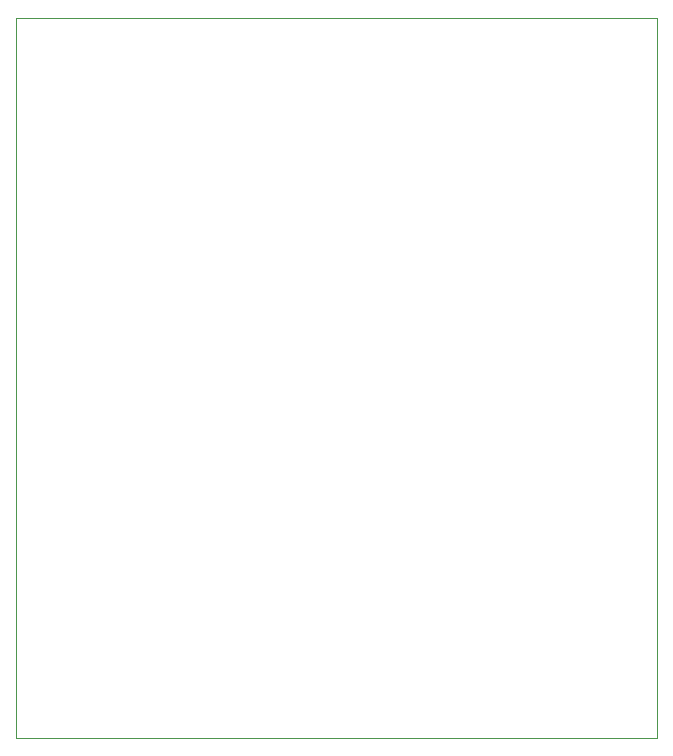
<source format=gbp>
G75*
%MOIN*%
%OFA0B0*%
%FSLAX24Y24*%
%IPPOS*%
%LPD*%
%AMOC8*
5,1,8,0,0,1.08239X$1,22.5*
%
%ADD10C,0.0000*%
D10*
X010333Y007000D02*
X010333Y030996D01*
X031703Y030996D01*
X031703Y007000D01*
X010333Y007000D01*
M02*

</source>
